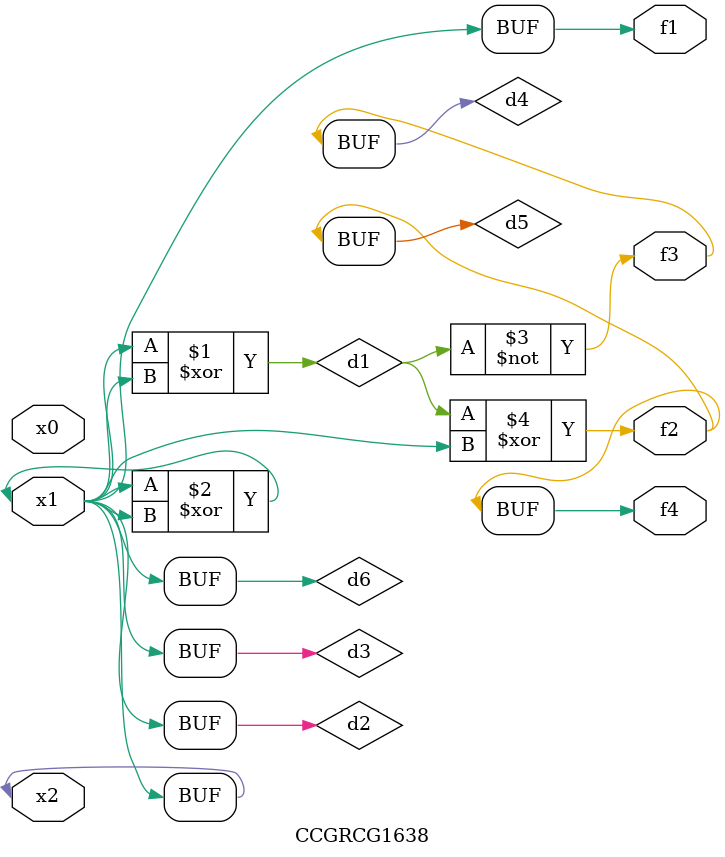
<source format=v>
module CCGRCG1638(
	input x0, x1, x2,
	output f1, f2, f3, f4
);

	wire d1, d2, d3, d4, d5, d6;

	xor (d1, x1, x2);
	buf (d2, x1, x2);
	xor (d3, x1, x2);
	nor (d4, d1);
	xor (d5, d1, d2);
	buf (d6, d2, d3);
	assign f1 = d6;
	assign f2 = d5;
	assign f3 = d4;
	assign f4 = d5;
endmodule

</source>
